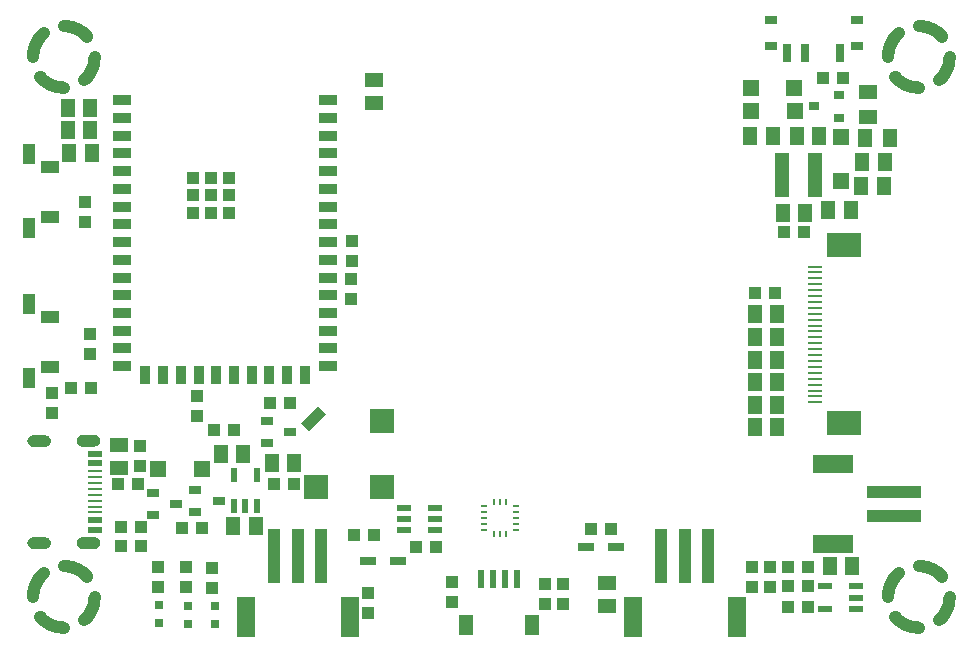
<source format=gbr>
G04 EAGLE Gerber RS-274X export*
G75*
%MOMM*%
%FSLAX34Y34*%
%LPD*%
%INSolderpaste Top*%
%IPPOS*%
%AMOC8*
5,1,8,0,0,1.08239X$1,22.5*%
G01*
%ADD10R,0.800000X0.800000*%
%ADD11R,1.500000X1.240000*%
%ADD12R,1.000000X1.075000*%
%ADD13R,1.000000X0.800000*%
%ADD14R,0.700000X1.500000*%
%ADD15R,1.200000X0.550000*%
%ADD16R,1.240000X1.500000*%
%ADD17R,1.075000X1.000000*%
%ADD18R,0.550000X1.200000*%
%ADD19R,4.600000X1.000000*%
%ADD20R,3.400000X1.600000*%
%ADD21R,1.400000X1.400000*%
%ADD22R,1.016000X0.635000*%
%ADD23R,1.150000X0.575000*%
%ADD24R,1.150000X0.275000*%
%ADD25R,1.500000X0.900000*%
%ADD26R,1.100000X1.100000*%
%ADD27R,0.900000X1.500000*%
%ADD28R,0.600000X1.550000*%
%ADD29R,1.200000X1.800000*%
%ADD30R,1.500000X1.100000*%
%ADD31R,1.000000X1.750000*%
%ADD32R,1.200000X3.700000*%
%ADD33R,1.200000X1.500000*%
%ADD34R,0.900000X0.800000*%
%ADD35R,1.500000X1.200000*%
%ADD36R,3.000000X2.000000*%
%ADD37R,1.250000X0.275000*%
%ADD38R,1.000000X4.600000*%
%ADD39R,1.600000X3.400000*%
%ADD40R,1.350000X0.800000*%
%ADD41C,1.000000*%
%ADD42R,0.500000X0.250000*%
%ADD43R,0.250000X0.500000*%
%ADD44R,2.000000X2.000000*%
%ADD45R,2.000000X1.000000*%

G36*
X64008Y165349D02*
X64008Y165349D01*
X64009Y165349D01*
X65082Y165470D01*
X65083Y165471D01*
X65084Y165470D01*
X66104Y165827D01*
X66104Y165828D01*
X66105Y165828D01*
X67020Y166403D01*
X67021Y166403D01*
X67785Y167168D01*
X68360Y168083D01*
X68360Y168084D01*
X68361Y168084D01*
X68718Y169104D01*
X68718Y169105D01*
X68717Y169105D01*
X68718Y169106D01*
X68718Y169110D01*
X68719Y169115D01*
X68720Y169120D01*
X68722Y169140D01*
X68722Y169144D01*
X68722Y169145D01*
X68723Y169149D01*
X68723Y169150D01*
X68723Y169154D01*
X68724Y169159D01*
X68725Y169164D01*
X68725Y169169D01*
X68726Y169174D01*
X68726Y169179D01*
X68728Y169199D01*
X68729Y169199D01*
X68729Y169204D01*
X68730Y169209D01*
X68730Y169214D01*
X68731Y169219D01*
X68731Y169224D01*
X68732Y169229D01*
X68732Y169234D01*
X68733Y169239D01*
X68735Y169259D01*
X68736Y169264D01*
X68736Y169269D01*
X68737Y169274D01*
X68737Y169279D01*
X68738Y169284D01*
X68739Y169289D01*
X68739Y169294D01*
X68742Y169318D01*
X68742Y169323D01*
X68743Y169323D01*
X68742Y169323D01*
X68743Y169328D01*
X68744Y169333D01*
X68744Y169338D01*
X68745Y169343D01*
X68745Y169348D01*
X68746Y169353D01*
X68749Y169378D01*
X68749Y169383D01*
X68750Y169388D01*
X68750Y169393D01*
X68751Y169398D01*
X68751Y169403D01*
X68752Y169408D01*
X68753Y169413D01*
X68755Y169433D01*
X68755Y169438D01*
X68756Y169443D01*
X68756Y169448D01*
X68757Y169448D01*
X68756Y169448D01*
X68757Y169453D01*
X68758Y169458D01*
X68758Y169462D01*
X68758Y169463D01*
X68759Y169467D01*
X68759Y169468D01*
X68759Y169472D01*
X68762Y169492D01*
X68762Y169497D01*
X68763Y169502D01*
X68763Y169507D01*
X68764Y169512D01*
X68764Y169517D01*
X68765Y169522D01*
X68765Y169527D01*
X68766Y169532D01*
X68768Y169552D01*
X68769Y169557D01*
X68769Y169562D01*
X68770Y169567D01*
X68770Y169572D01*
X68771Y169572D01*
X68770Y169572D01*
X68771Y169577D01*
X68772Y169582D01*
X68772Y169587D01*
X68773Y169592D01*
X68775Y169612D01*
X68776Y169617D01*
X68776Y169621D01*
X68776Y169622D01*
X68777Y169626D01*
X68777Y169627D01*
X68777Y169631D01*
X68778Y169636D01*
X68778Y169641D01*
X68779Y169646D01*
X68782Y169671D01*
X68782Y169676D01*
X68783Y169681D01*
X68783Y169686D01*
X68784Y169691D01*
X68784Y169696D01*
X68785Y169696D01*
X68784Y169696D01*
X68785Y169701D01*
X68786Y169706D01*
X68788Y169731D01*
X68789Y169736D01*
X68790Y169741D01*
X68790Y169746D01*
X68791Y169751D01*
X68791Y169756D01*
X68792Y169761D01*
X68792Y169766D01*
X68795Y169785D01*
X68795Y169786D01*
X68795Y169790D01*
X68796Y169795D01*
X68796Y169800D01*
X68797Y169805D01*
X68797Y169810D01*
X68798Y169815D01*
X68798Y169820D01*
X68799Y169820D01*
X68798Y169820D01*
X68799Y169825D01*
X68801Y169845D01*
X68802Y169850D01*
X68802Y169855D01*
X68803Y169860D01*
X68804Y169865D01*
X68804Y169870D01*
X68805Y169875D01*
X68805Y169880D01*
X68806Y169885D01*
X68808Y169905D01*
X68809Y169910D01*
X68809Y169915D01*
X68810Y169920D01*
X68810Y169925D01*
X68811Y169930D01*
X68811Y169935D01*
X68812Y169939D01*
X68812Y169940D01*
X68812Y169944D01*
X68813Y169944D01*
X68812Y169945D01*
X68815Y169964D01*
X68815Y169969D01*
X68816Y169974D01*
X68816Y169979D01*
X68817Y169984D01*
X68818Y169989D01*
X68818Y169994D01*
X68819Y169999D01*
X68821Y170024D01*
X68822Y170029D01*
X68823Y170034D01*
X68823Y170039D01*
X68824Y170044D01*
X68824Y170049D01*
X68825Y170054D01*
X68825Y170059D01*
X68828Y170084D01*
X68829Y170089D01*
X68829Y170094D01*
X68830Y170098D01*
X68830Y170099D01*
X68830Y170103D01*
X68830Y170104D01*
X68831Y170108D01*
X68832Y170113D01*
X68832Y170118D01*
X68834Y170138D01*
X68835Y170143D01*
X68835Y170148D01*
X68836Y170153D01*
X68837Y170158D01*
X68837Y170163D01*
X68838Y170168D01*
X68838Y170173D01*
X68839Y170178D01*
X68839Y170179D01*
X68839Y170180D01*
X68839Y170181D01*
X68712Y171311D01*
X68711Y171311D01*
X68711Y171312D01*
X68336Y172386D01*
X68335Y172386D01*
X68335Y172387D01*
X67730Y173350D01*
X67729Y173350D01*
X67729Y173351D01*
X66925Y174155D01*
X66924Y174155D01*
X66924Y174156D01*
X65961Y174761D01*
X65960Y174761D01*
X65960Y174762D01*
X64886Y175137D01*
X64885Y175137D01*
X64885Y175138D01*
X63755Y175265D01*
X63754Y175265D01*
X54102Y175265D01*
X54101Y175265D01*
X53852Y175237D01*
X53808Y175232D01*
X53764Y175227D01*
X53720Y175222D01*
X53191Y175162D01*
X53147Y175157D01*
X53103Y175152D01*
X53102Y175152D01*
X53058Y175147D01*
X52971Y175138D01*
X52971Y175137D01*
X52970Y175137D01*
X51896Y174762D01*
X51896Y174761D01*
X51895Y174761D01*
X50932Y174156D01*
X50932Y174155D01*
X50931Y174155D01*
X50127Y173351D01*
X50127Y173350D01*
X50126Y173350D01*
X49521Y172387D01*
X49521Y172386D01*
X49520Y172386D01*
X49145Y171312D01*
X49145Y171311D01*
X49144Y171311D01*
X49142Y171292D01*
X49142Y171287D01*
X49141Y171282D01*
X49141Y171277D01*
X49140Y171272D01*
X49140Y171267D01*
X49139Y171262D01*
X49138Y171258D01*
X49138Y171257D01*
X49138Y171253D01*
X49138Y171252D01*
X49136Y171233D01*
X49135Y171228D01*
X49135Y171223D01*
X49134Y171223D01*
X49135Y171223D01*
X49134Y171218D01*
X49133Y171213D01*
X49133Y171208D01*
X49132Y171203D01*
X49132Y171198D01*
X49131Y171193D01*
X49129Y171173D01*
X49128Y171168D01*
X49128Y171163D01*
X49127Y171158D01*
X49127Y171153D01*
X49126Y171148D01*
X49126Y171143D01*
X49125Y171138D01*
X49124Y171133D01*
X49122Y171113D01*
X49122Y171108D01*
X49121Y171103D01*
X49121Y171099D01*
X49120Y171098D01*
X49121Y171098D01*
X49120Y171094D01*
X49120Y171093D01*
X49119Y171089D01*
X49119Y171084D01*
X49118Y171079D01*
X49118Y171074D01*
X49115Y171054D01*
X49115Y171049D01*
X49114Y171044D01*
X49114Y171039D01*
X49113Y171034D01*
X49113Y171029D01*
X49112Y171024D01*
X49112Y171019D01*
X49111Y171014D01*
X49109Y170994D01*
X49108Y170989D01*
X49108Y170984D01*
X49107Y170979D01*
X49107Y170974D01*
X49106Y170974D01*
X49107Y170974D01*
X49106Y170969D01*
X49105Y170964D01*
X49105Y170959D01*
X49104Y170954D01*
X49102Y170935D01*
X49102Y170934D01*
X49101Y170930D01*
X49101Y170925D01*
X49100Y170920D01*
X49100Y170915D01*
X49099Y170910D01*
X49099Y170905D01*
X49098Y170900D01*
X49098Y170895D01*
X49095Y170875D01*
X49095Y170870D01*
X49094Y170865D01*
X49094Y170860D01*
X49093Y170855D01*
X49093Y170850D01*
X49092Y170850D01*
X49093Y170850D01*
X49092Y170845D01*
X49091Y170840D01*
X49091Y170835D01*
X49089Y170815D01*
X49088Y170810D01*
X49087Y170805D01*
X49087Y170800D01*
X49086Y170795D01*
X49086Y170790D01*
X49085Y170785D01*
X49085Y170781D01*
X49085Y170780D01*
X49084Y170776D01*
X49084Y170775D01*
X49082Y170756D01*
X49081Y170751D01*
X49081Y170746D01*
X49080Y170741D01*
X49080Y170736D01*
X49079Y170731D01*
X49079Y170726D01*
X49078Y170726D01*
X49079Y170726D01*
X49078Y170721D01*
X49077Y170716D01*
X49075Y170696D01*
X49075Y170691D01*
X49074Y170686D01*
X49073Y170681D01*
X49073Y170676D01*
X49072Y170671D01*
X49072Y170666D01*
X49071Y170661D01*
X49068Y170636D01*
X49068Y170631D01*
X49067Y170626D01*
X49067Y170622D01*
X49067Y170621D01*
X49066Y170617D01*
X49066Y170616D01*
X49066Y170612D01*
X49065Y170607D01*
X49065Y170602D01*
X49064Y170602D01*
X49065Y170602D01*
X49062Y170577D01*
X49061Y170572D01*
X49061Y170567D01*
X49060Y170562D01*
X49059Y170557D01*
X49059Y170552D01*
X49058Y170547D01*
X49058Y170542D01*
X49055Y170517D01*
X49054Y170512D01*
X49054Y170507D01*
X49053Y170502D01*
X49053Y170497D01*
X49052Y170492D01*
X49052Y170487D01*
X49051Y170482D01*
X49048Y170458D01*
X49048Y170457D01*
X49048Y170453D01*
X49047Y170448D01*
X49047Y170443D01*
X49046Y170438D01*
X49045Y170433D01*
X49045Y170428D01*
X49044Y170423D01*
X49042Y170398D01*
X49041Y170393D01*
X49040Y170388D01*
X49040Y170383D01*
X49039Y170378D01*
X49039Y170373D01*
X49038Y170368D01*
X49038Y170363D01*
X49035Y170343D01*
X49035Y170338D01*
X49034Y170333D01*
X49034Y170328D01*
X49033Y170323D01*
X49033Y170318D01*
X49032Y170313D01*
X49031Y170308D01*
X49031Y170304D01*
X49031Y170303D01*
X49029Y170284D01*
X49028Y170279D01*
X49028Y170274D01*
X49027Y170269D01*
X49026Y170264D01*
X49026Y170259D01*
X49025Y170254D01*
X49025Y170249D01*
X49024Y170244D01*
X49022Y170224D01*
X49021Y170219D01*
X49021Y170214D01*
X49020Y170209D01*
X49020Y170204D01*
X49019Y170199D01*
X49019Y170194D01*
X49018Y170189D01*
X49017Y170184D01*
X49017Y170181D01*
X49018Y170180D01*
X49017Y170179D01*
X49138Y169106D01*
X49139Y169105D01*
X49138Y169104D01*
X49495Y168084D01*
X49496Y168084D01*
X49496Y168083D01*
X50071Y167168D01*
X50836Y166403D01*
X51751Y165828D01*
X51752Y165828D01*
X51752Y165827D01*
X52772Y165470D01*
X52773Y165471D01*
X52774Y165470D01*
X53847Y165349D01*
X53848Y165349D01*
X64008Y165349D01*
X64008Y165349D01*
G37*
G36*
X22225Y165222D02*
X22225Y165222D01*
X22226Y165222D01*
X23299Y165343D01*
X23300Y165344D01*
X23301Y165343D01*
X24321Y165700D01*
X24321Y165701D01*
X24322Y165701D01*
X25237Y166276D01*
X25238Y166276D01*
X26002Y167041D01*
X26577Y167956D01*
X26577Y167957D01*
X26578Y167957D01*
X26935Y168977D01*
X26935Y168978D01*
X26934Y168978D01*
X26935Y168979D01*
X26935Y168983D01*
X26936Y168988D01*
X26937Y168993D01*
X26939Y169013D01*
X26939Y169017D01*
X26939Y169018D01*
X26940Y169022D01*
X26940Y169023D01*
X26940Y169027D01*
X26941Y169032D01*
X26942Y169037D01*
X26942Y169042D01*
X26943Y169047D01*
X26943Y169052D01*
X26945Y169072D01*
X26946Y169072D01*
X26946Y169077D01*
X26947Y169082D01*
X26947Y169087D01*
X26948Y169092D01*
X26948Y169097D01*
X26949Y169102D01*
X26949Y169107D01*
X26950Y169112D01*
X26952Y169132D01*
X26953Y169137D01*
X26953Y169142D01*
X26954Y169147D01*
X26954Y169152D01*
X26955Y169157D01*
X26956Y169162D01*
X26956Y169167D01*
X26959Y169191D01*
X26959Y169196D01*
X26960Y169196D01*
X26959Y169196D01*
X26960Y169201D01*
X26961Y169206D01*
X26961Y169211D01*
X26962Y169216D01*
X26962Y169221D01*
X26963Y169226D01*
X26966Y169251D01*
X26966Y169256D01*
X26967Y169261D01*
X26967Y169266D01*
X26968Y169271D01*
X26968Y169276D01*
X26969Y169281D01*
X26970Y169286D01*
X26972Y169306D01*
X26972Y169311D01*
X26973Y169316D01*
X26973Y169321D01*
X26974Y169321D01*
X26973Y169321D01*
X26974Y169326D01*
X26975Y169331D01*
X26975Y169335D01*
X26975Y169336D01*
X26976Y169340D01*
X26976Y169341D01*
X26976Y169345D01*
X26979Y169365D01*
X26979Y169370D01*
X26980Y169375D01*
X26980Y169380D01*
X26981Y169385D01*
X26981Y169390D01*
X26982Y169395D01*
X26982Y169400D01*
X26983Y169405D01*
X26985Y169425D01*
X26986Y169430D01*
X26986Y169435D01*
X26987Y169440D01*
X26987Y169445D01*
X26988Y169445D01*
X26987Y169445D01*
X26988Y169450D01*
X26989Y169455D01*
X26989Y169460D01*
X26990Y169465D01*
X26992Y169485D01*
X26993Y169490D01*
X26993Y169494D01*
X26993Y169495D01*
X26994Y169499D01*
X26994Y169500D01*
X26994Y169504D01*
X26995Y169509D01*
X26995Y169514D01*
X26996Y169519D01*
X26999Y169544D01*
X26999Y169549D01*
X27000Y169554D01*
X27000Y169559D01*
X27001Y169564D01*
X27001Y169569D01*
X27002Y169569D01*
X27001Y169569D01*
X27002Y169574D01*
X27003Y169579D01*
X27005Y169604D01*
X27006Y169609D01*
X27007Y169614D01*
X27007Y169619D01*
X27008Y169624D01*
X27008Y169629D01*
X27009Y169634D01*
X27009Y169639D01*
X27012Y169658D01*
X27012Y169659D01*
X27012Y169663D01*
X27013Y169668D01*
X27013Y169673D01*
X27014Y169678D01*
X27014Y169683D01*
X27015Y169688D01*
X27015Y169693D01*
X27016Y169693D01*
X27015Y169693D01*
X27016Y169698D01*
X27018Y169718D01*
X27019Y169723D01*
X27019Y169728D01*
X27020Y169733D01*
X27021Y169738D01*
X27021Y169743D01*
X27022Y169748D01*
X27022Y169753D01*
X27023Y169758D01*
X27025Y169778D01*
X27026Y169783D01*
X27026Y169788D01*
X27027Y169793D01*
X27027Y169798D01*
X27028Y169803D01*
X27028Y169808D01*
X27029Y169812D01*
X27029Y169813D01*
X27029Y169817D01*
X27030Y169817D01*
X27029Y169818D01*
X27032Y169837D01*
X27032Y169842D01*
X27033Y169847D01*
X27033Y169852D01*
X27034Y169857D01*
X27035Y169862D01*
X27035Y169867D01*
X27036Y169872D01*
X27038Y169897D01*
X27039Y169902D01*
X27040Y169907D01*
X27040Y169912D01*
X27041Y169917D01*
X27041Y169922D01*
X27042Y169927D01*
X27042Y169932D01*
X27045Y169957D01*
X27046Y169962D01*
X27046Y169967D01*
X27047Y169971D01*
X27047Y169972D01*
X27047Y169976D01*
X27047Y169977D01*
X27048Y169981D01*
X27049Y169986D01*
X27049Y169991D01*
X27051Y170011D01*
X27052Y170016D01*
X27052Y170021D01*
X27053Y170026D01*
X27054Y170031D01*
X27054Y170036D01*
X27055Y170041D01*
X27055Y170046D01*
X27056Y170051D01*
X27056Y170052D01*
X27056Y170053D01*
X27056Y170054D01*
X26929Y171184D01*
X26928Y171184D01*
X26928Y171185D01*
X26553Y172259D01*
X26552Y172259D01*
X26552Y172260D01*
X25947Y173223D01*
X25946Y173223D01*
X25946Y173224D01*
X25142Y174028D01*
X25141Y174028D01*
X25141Y174029D01*
X24178Y174634D01*
X24177Y174634D01*
X24177Y174635D01*
X23103Y175010D01*
X23102Y175010D01*
X23102Y175011D01*
X21972Y175138D01*
X21971Y175138D01*
X12319Y175138D01*
X12318Y175138D01*
X12069Y175110D01*
X12025Y175105D01*
X11981Y175100D01*
X11937Y175095D01*
X11408Y175035D01*
X11364Y175030D01*
X11320Y175025D01*
X11319Y175025D01*
X11275Y175020D01*
X11188Y175011D01*
X11188Y175010D01*
X11187Y175010D01*
X10113Y174635D01*
X10113Y174634D01*
X10112Y174634D01*
X9149Y174029D01*
X9149Y174028D01*
X9148Y174028D01*
X8344Y173224D01*
X8344Y173223D01*
X8343Y173223D01*
X7738Y172260D01*
X7738Y172259D01*
X7737Y172259D01*
X7362Y171185D01*
X7362Y171184D01*
X7361Y171184D01*
X7359Y171165D01*
X7359Y171160D01*
X7358Y171155D01*
X7358Y171150D01*
X7357Y171145D01*
X7357Y171140D01*
X7356Y171135D01*
X7355Y171131D01*
X7355Y171130D01*
X7355Y171126D01*
X7355Y171125D01*
X7353Y171106D01*
X7352Y171101D01*
X7352Y171096D01*
X7351Y171096D01*
X7352Y171096D01*
X7351Y171091D01*
X7350Y171086D01*
X7350Y171081D01*
X7349Y171076D01*
X7349Y171071D01*
X7348Y171066D01*
X7346Y171046D01*
X7345Y171041D01*
X7345Y171036D01*
X7344Y171031D01*
X7344Y171026D01*
X7343Y171021D01*
X7343Y171016D01*
X7342Y171011D01*
X7341Y171006D01*
X7339Y170986D01*
X7339Y170981D01*
X7338Y170976D01*
X7338Y170972D01*
X7337Y170971D01*
X7338Y170971D01*
X7337Y170967D01*
X7337Y170966D01*
X7336Y170962D01*
X7336Y170957D01*
X7335Y170952D01*
X7335Y170947D01*
X7332Y170927D01*
X7332Y170922D01*
X7331Y170917D01*
X7331Y170912D01*
X7330Y170907D01*
X7330Y170902D01*
X7329Y170897D01*
X7329Y170892D01*
X7328Y170887D01*
X7326Y170867D01*
X7325Y170862D01*
X7325Y170857D01*
X7324Y170852D01*
X7324Y170847D01*
X7323Y170847D01*
X7324Y170847D01*
X7323Y170842D01*
X7322Y170837D01*
X7322Y170832D01*
X7321Y170827D01*
X7319Y170808D01*
X7319Y170807D01*
X7318Y170803D01*
X7318Y170798D01*
X7317Y170793D01*
X7317Y170788D01*
X7316Y170783D01*
X7316Y170778D01*
X7315Y170773D01*
X7315Y170768D01*
X7312Y170748D01*
X7312Y170743D01*
X7311Y170738D01*
X7311Y170733D01*
X7310Y170728D01*
X7310Y170723D01*
X7309Y170723D01*
X7310Y170723D01*
X7309Y170718D01*
X7308Y170713D01*
X7308Y170708D01*
X7306Y170688D01*
X7305Y170683D01*
X7304Y170678D01*
X7304Y170673D01*
X7303Y170668D01*
X7303Y170663D01*
X7302Y170658D01*
X7302Y170654D01*
X7302Y170653D01*
X7301Y170649D01*
X7301Y170648D01*
X7299Y170629D01*
X7298Y170624D01*
X7298Y170619D01*
X7297Y170614D01*
X7297Y170609D01*
X7296Y170604D01*
X7296Y170599D01*
X7295Y170599D01*
X7296Y170599D01*
X7295Y170594D01*
X7294Y170589D01*
X7292Y170569D01*
X7292Y170564D01*
X7291Y170559D01*
X7290Y170554D01*
X7290Y170549D01*
X7289Y170544D01*
X7289Y170539D01*
X7288Y170534D01*
X7285Y170509D01*
X7285Y170504D01*
X7284Y170499D01*
X7284Y170495D01*
X7284Y170494D01*
X7283Y170490D01*
X7283Y170489D01*
X7283Y170485D01*
X7282Y170480D01*
X7282Y170475D01*
X7281Y170475D01*
X7282Y170475D01*
X7279Y170450D01*
X7278Y170445D01*
X7278Y170440D01*
X7277Y170435D01*
X7276Y170430D01*
X7276Y170425D01*
X7275Y170420D01*
X7275Y170415D01*
X7272Y170390D01*
X7271Y170385D01*
X7271Y170380D01*
X7270Y170375D01*
X7270Y170370D01*
X7269Y170365D01*
X7269Y170360D01*
X7268Y170355D01*
X7265Y170331D01*
X7265Y170330D01*
X7265Y170326D01*
X7264Y170321D01*
X7264Y170316D01*
X7263Y170311D01*
X7262Y170306D01*
X7262Y170301D01*
X7261Y170296D01*
X7259Y170271D01*
X7258Y170266D01*
X7257Y170261D01*
X7257Y170256D01*
X7256Y170251D01*
X7256Y170246D01*
X7255Y170241D01*
X7255Y170236D01*
X7252Y170216D01*
X7252Y170211D01*
X7251Y170206D01*
X7251Y170201D01*
X7250Y170196D01*
X7250Y170191D01*
X7249Y170186D01*
X7248Y170181D01*
X7248Y170177D01*
X7248Y170176D01*
X7246Y170157D01*
X7245Y170152D01*
X7245Y170147D01*
X7244Y170142D01*
X7243Y170137D01*
X7243Y170132D01*
X7242Y170127D01*
X7242Y170122D01*
X7241Y170117D01*
X7239Y170097D01*
X7238Y170092D01*
X7238Y170087D01*
X7237Y170082D01*
X7237Y170077D01*
X7236Y170072D01*
X7236Y170067D01*
X7235Y170062D01*
X7234Y170057D01*
X7234Y170054D01*
X7235Y170053D01*
X7234Y170052D01*
X7355Y168979D01*
X7356Y168978D01*
X7355Y168977D01*
X7712Y167957D01*
X7713Y167957D01*
X7713Y167956D01*
X8288Y167041D01*
X9053Y166276D01*
X9968Y165701D01*
X9969Y165701D01*
X9969Y165700D01*
X10989Y165343D01*
X10990Y165344D01*
X10991Y165343D01*
X12064Y165222D01*
X12065Y165222D01*
X22225Y165222D01*
X22225Y165222D01*
G37*
G36*
X64135Y78862D02*
X64135Y78862D01*
X64136Y78862D01*
X65209Y78983D01*
X65210Y78984D01*
X65211Y78983D01*
X66231Y79340D01*
X66231Y79341D01*
X66232Y79341D01*
X67147Y79916D01*
X67148Y79916D01*
X67912Y80681D01*
X68487Y81596D01*
X68487Y81597D01*
X68488Y81597D01*
X68845Y82617D01*
X68845Y82618D01*
X68844Y82618D01*
X68845Y82619D01*
X68845Y82623D01*
X68846Y82628D01*
X68847Y82633D01*
X68849Y82653D01*
X68849Y82657D01*
X68849Y82658D01*
X68850Y82662D01*
X68850Y82663D01*
X68850Y82667D01*
X68851Y82672D01*
X68852Y82677D01*
X68852Y82682D01*
X68853Y82687D01*
X68853Y82692D01*
X68855Y82712D01*
X68856Y82712D01*
X68856Y82717D01*
X68857Y82722D01*
X68857Y82727D01*
X68858Y82732D01*
X68858Y82737D01*
X68859Y82742D01*
X68859Y82747D01*
X68860Y82752D01*
X68862Y82772D01*
X68863Y82777D01*
X68863Y82782D01*
X68864Y82787D01*
X68864Y82792D01*
X68865Y82797D01*
X68866Y82802D01*
X68866Y82807D01*
X68869Y82831D01*
X68869Y82836D01*
X68870Y82836D01*
X68869Y82836D01*
X68870Y82841D01*
X68871Y82846D01*
X68871Y82851D01*
X68872Y82856D01*
X68872Y82861D01*
X68873Y82866D01*
X68876Y82891D01*
X68876Y82896D01*
X68877Y82901D01*
X68877Y82906D01*
X68878Y82911D01*
X68878Y82916D01*
X68879Y82921D01*
X68880Y82926D01*
X68882Y82946D01*
X68882Y82951D01*
X68883Y82956D01*
X68883Y82961D01*
X68884Y82961D01*
X68883Y82961D01*
X68884Y82966D01*
X68885Y82971D01*
X68885Y82975D01*
X68885Y82976D01*
X68886Y82980D01*
X68886Y82981D01*
X68886Y82985D01*
X68889Y83005D01*
X68889Y83010D01*
X68890Y83015D01*
X68890Y83020D01*
X68891Y83025D01*
X68891Y83030D01*
X68892Y83035D01*
X68892Y83040D01*
X68893Y83045D01*
X68895Y83065D01*
X68896Y83070D01*
X68896Y83075D01*
X68897Y83080D01*
X68897Y83085D01*
X68898Y83085D01*
X68897Y83085D01*
X68898Y83090D01*
X68899Y83095D01*
X68899Y83100D01*
X68900Y83105D01*
X68902Y83125D01*
X68903Y83130D01*
X68903Y83134D01*
X68903Y83135D01*
X68904Y83139D01*
X68904Y83140D01*
X68904Y83144D01*
X68905Y83149D01*
X68905Y83154D01*
X68906Y83159D01*
X68909Y83184D01*
X68909Y83189D01*
X68910Y83194D01*
X68910Y83199D01*
X68911Y83204D01*
X68911Y83209D01*
X68912Y83209D01*
X68911Y83209D01*
X68912Y83214D01*
X68913Y83219D01*
X68915Y83244D01*
X68916Y83249D01*
X68917Y83254D01*
X68917Y83259D01*
X68918Y83264D01*
X68918Y83269D01*
X68919Y83274D01*
X68919Y83279D01*
X68922Y83298D01*
X68922Y83299D01*
X68922Y83303D01*
X68923Y83308D01*
X68923Y83313D01*
X68924Y83318D01*
X68924Y83323D01*
X68925Y83328D01*
X68925Y83333D01*
X68926Y83333D01*
X68925Y83333D01*
X68926Y83338D01*
X68928Y83358D01*
X68929Y83363D01*
X68929Y83368D01*
X68930Y83373D01*
X68931Y83378D01*
X68931Y83383D01*
X68932Y83388D01*
X68932Y83393D01*
X68933Y83398D01*
X68935Y83418D01*
X68936Y83423D01*
X68936Y83428D01*
X68937Y83433D01*
X68937Y83438D01*
X68938Y83443D01*
X68938Y83448D01*
X68939Y83452D01*
X68939Y83453D01*
X68939Y83457D01*
X68940Y83457D01*
X68939Y83458D01*
X68942Y83477D01*
X68942Y83482D01*
X68943Y83487D01*
X68943Y83492D01*
X68944Y83497D01*
X68945Y83502D01*
X68945Y83507D01*
X68946Y83512D01*
X68948Y83537D01*
X68949Y83542D01*
X68950Y83547D01*
X68950Y83552D01*
X68951Y83557D01*
X68951Y83562D01*
X68952Y83567D01*
X68952Y83572D01*
X68955Y83597D01*
X68956Y83602D01*
X68956Y83607D01*
X68957Y83611D01*
X68957Y83612D01*
X68957Y83616D01*
X68957Y83617D01*
X68958Y83621D01*
X68959Y83626D01*
X68959Y83631D01*
X68961Y83651D01*
X68962Y83656D01*
X68962Y83661D01*
X68963Y83666D01*
X68964Y83671D01*
X68964Y83676D01*
X68965Y83681D01*
X68965Y83686D01*
X68966Y83691D01*
X68966Y83692D01*
X68966Y83693D01*
X68966Y83694D01*
X68839Y84824D01*
X68838Y84824D01*
X68838Y84825D01*
X68463Y85899D01*
X68462Y85899D01*
X68462Y85900D01*
X67857Y86863D01*
X67856Y86863D01*
X67856Y86864D01*
X67052Y87668D01*
X67051Y87668D01*
X67051Y87669D01*
X66088Y88274D01*
X66087Y88274D01*
X66087Y88275D01*
X65013Y88650D01*
X65012Y88650D01*
X65012Y88651D01*
X63882Y88778D01*
X63881Y88778D01*
X54229Y88778D01*
X54228Y88778D01*
X53979Y88750D01*
X53935Y88745D01*
X53891Y88740D01*
X53847Y88735D01*
X53318Y88675D01*
X53274Y88670D01*
X53230Y88665D01*
X53229Y88665D01*
X53185Y88660D01*
X53098Y88651D01*
X53098Y88650D01*
X53097Y88650D01*
X52023Y88275D01*
X52023Y88274D01*
X52022Y88274D01*
X51059Y87669D01*
X51059Y87668D01*
X51058Y87668D01*
X50254Y86864D01*
X50254Y86863D01*
X50253Y86863D01*
X49648Y85900D01*
X49648Y85899D01*
X49647Y85899D01*
X49272Y84825D01*
X49272Y84824D01*
X49271Y84824D01*
X49269Y84805D01*
X49269Y84800D01*
X49268Y84795D01*
X49268Y84790D01*
X49267Y84785D01*
X49267Y84780D01*
X49266Y84775D01*
X49265Y84771D01*
X49265Y84770D01*
X49265Y84766D01*
X49265Y84765D01*
X49263Y84746D01*
X49262Y84741D01*
X49262Y84736D01*
X49261Y84736D01*
X49262Y84736D01*
X49261Y84731D01*
X49260Y84726D01*
X49260Y84721D01*
X49259Y84716D01*
X49259Y84711D01*
X49258Y84706D01*
X49256Y84686D01*
X49255Y84681D01*
X49255Y84676D01*
X49254Y84671D01*
X49254Y84666D01*
X49253Y84661D01*
X49253Y84656D01*
X49252Y84651D01*
X49251Y84646D01*
X49249Y84626D01*
X49249Y84621D01*
X49248Y84616D01*
X49248Y84612D01*
X49247Y84611D01*
X49248Y84611D01*
X49247Y84607D01*
X49247Y84606D01*
X49246Y84602D01*
X49246Y84597D01*
X49245Y84592D01*
X49245Y84587D01*
X49242Y84567D01*
X49242Y84562D01*
X49241Y84557D01*
X49241Y84552D01*
X49240Y84547D01*
X49240Y84542D01*
X49239Y84537D01*
X49239Y84532D01*
X49238Y84527D01*
X49236Y84507D01*
X49235Y84502D01*
X49235Y84497D01*
X49234Y84492D01*
X49234Y84487D01*
X49233Y84487D01*
X49234Y84487D01*
X49233Y84482D01*
X49232Y84477D01*
X49232Y84472D01*
X49231Y84467D01*
X49229Y84448D01*
X49229Y84447D01*
X49228Y84443D01*
X49228Y84438D01*
X49227Y84433D01*
X49227Y84428D01*
X49226Y84423D01*
X49226Y84418D01*
X49225Y84413D01*
X49225Y84408D01*
X49222Y84388D01*
X49222Y84383D01*
X49221Y84378D01*
X49221Y84373D01*
X49220Y84368D01*
X49220Y84363D01*
X49219Y84363D01*
X49220Y84363D01*
X49219Y84358D01*
X49218Y84353D01*
X49218Y84348D01*
X49216Y84328D01*
X49215Y84323D01*
X49214Y84318D01*
X49214Y84313D01*
X49213Y84308D01*
X49213Y84303D01*
X49212Y84298D01*
X49212Y84294D01*
X49212Y84293D01*
X49211Y84289D01*
X49211Y84288D01*
X49209Y84269D01*
X49208Y84264D01*
X49208Y84259D01*
X49207Y84254D01*
X49207Y84249D01*
X49206Y84244D01*
X49206Y84239D01*
X49205Y84239D01*
X49206Y84239D01*
X49205Y84234D01*
X49204Y84229D01*
X49202Y84209D01*
X49202Y84204D01*
X49201Y84199D01*
X49200Y84194D01*
X49200Y84189D01*
X49199Y84184D01*
X49199Y84179D01*
X49198Y84174D01*
X49195Y84149D01*
X49195Y84144D01*
X49194Y84139D01*
X49194Y84135D01*
X49194Y84134D01*
X49193Y84130D01*
X49193Y84129D01*
X49193Y84125D01*
X49192Y84120D01*
X49192Y84115D01*
X49191Y84115D01*
X49192Y84115D01*
X49189Y84090D01*
X49188Y84085D01*
X49188Y84080D01*
X49187Y84075D01*
X49186Y84070D01*
X49186Y84065D01*
X49185Y84060D01*
X49185Y84055D01*
X49182Y84030D01*
X49181Y84025D01*
X49181Y84020D01*
X49180Y84015D01*
X49180Y84010D01*
X49179Y84005D01*
X49179Y84000D01*
X49178Y83995D01*
X49175Y83971D01*
X49175Y83970D01*
X49175Y83966D01*
X49174Y83961D01*
X49174Y83956D01*
X49173Y83951D01*
X49172Y83946D01*
X49172Y83941D01*
X49171Y83936D01*
X49169Y83911D01*
X49168Y83906D01*
X49167Y83901D01*
X49167Y83896D01*
X49166Y83891D01*
X49166Y83886D01*
X49165Y83881D01*
X49165Y83876D01*
X49162Y83856D01*
X49162Y83851D01*
X49161Y83846D01*
X49161Y83841D01*
X49160Y83836D01*
X49160Y83831D01*
X49159Y83826D01*
X49158Y83821D01*
X49158Y83817D01*
X49158Y83816D01*
X49156Y83797D01*
X49155Y83792D01*
X49155Y83787D01*
X49154Y83782D01*
X49153Y83777D01*
X49153Y83772D01*
X49152Y83767D01*
X49152Y83762D01*
X49151Y83757D01*
X49149Y83737D01*
X49148Y83732D01*
X49148Y83727D01*
X49147Y83722D01*
X49147Y83717D01*
X49146Y83712D01*
X49146Y83707D01*
X49145Y83702D01*
X49144Y83697D01*
X49144Y83694D01*
X49145Y83693D01*
X49144Y83692D01*
X49265Y82619D01*
X49266Y82618D01*
X49265Y82617D01*
X49622Y81597D01*
X49623Y81597D01*
X49623Y81596D01*
X50198Y80681D01*
X50963Y79916D01*
X51878Y79341D01*
X51879Y79341D01*
X51879Y79340D01*
X52899Y78983D01*
X52900Y78984D01*
X52901Y78983D01*
X53974Y78862D01*
X53975Y78862D01*
X64135Y78862D01*
X64135Y78862D01*
G37*
G36*
X22225Y78862D02*
X22225Y78862D01*
X22226Y78862D01*
X23299Y78983D01*
X23300Y78984D01*
X23301Y78983D01*
X24321Y79340D01*
X24321Y79341D01*
X24322Y79341D01*
X25237Y79916D01*
X25238Y79916D01*
X26002Y80681D01*
X26577Y81596D01*
X26577Y81597D01*
X26578Y81597D01*
X26935Y82617D01*
X26935Y82618D01*
X26934Y82618D01*
X26935Y82619D01*
X26935Y82623D01*
X26936Y82628D01*
X26937Y82633D01*
X26939Y82653D01*
X26939Y82657D01*
X26939Y82658D01*
X26940Y82662D01*
X26940Y82663D01*
X26940Y82667D01*
X26941Y82672D01*
X26942Y82677D01*
X26942Y82682D01*
X26943Y82687D01*
X26943Y82692D01*
X26945Y82712D01*
X26946Y82712D01*
X26946Y82717D01*
X26947Y82722D01*
X26947Y82727D01*
X26948Y82732D01*
X26948Y82737D01*
X26949Y82742D01*
X26949Y82747D01*
X26950Y82752D01*
X26952Y82772D01*
X26953Y82777D01*
X26953Y82782D01*
X26954Y82787D01*
X26954Y82792D01*
X26955Y82797D01*
X26956Y82802D01*
X26956Y82807D01*
X26959Y82831D01*
X26959Y82836D01*
X26960Y82836D01*
X26959Y82836D01*
X26960Y82841D01*
X26961Y82846D01*
X26961Y82851D01*
X26962Y82856D01*
X26962Y82861D01*
X26963Y82866D01*
X26966Y82891D01*
X26966Y82896D01*
X26967Y82901D01*
X26967Y82906D01*
X26968Y82911D01*
X26968Y82916D01*
X26969Y82921D01*
X26970Y82926D01*
X26972Y82946D01*
X26972Y82951D01*
X26973Y82956D01*
X26973Y82961D01*
X26974Y82961D01*
X26973Y82961D01*
X26974Y82966D01*
X26975Y82971D01*
X26975Y82975D01*
X26975Y82976D01*
X26976Y82980D01*
X26976Y82981D01*
X26976Y82985D01*
X26979Y83005D01*
X26979Y83010D01*
X26980Y83015D01*
X26980Y83020D01*
X26981Y83025D01*
X26981Y83030D01*
X26982Y83035D01*
X26982Y83040D01*
X26983Y83045D01*
X26985Y83065D01*
X26986Y83070D01*
X26986Y83075D01*
X26987Y83080D01*
X26987Y83085D01*
X26988Y83085D01*
X26987Y83085D01*
X26988Y83090D01*
X26989Y83095D01*
X26989Y83100D01*
X26990Y83105D01*
X26992Y83125D01*
X26993Y83130D01*
X26993Y83134D01*
X26993Y83135D01*
X26994Y83139D01*
X26994Y83140D01*
X26994Y83144D01*
X26995Y83149D01*
X26995Y83154D01*
X26996Y83159D01*
X26999Y83184D01*
X26999Y83189D01*
X27000Y83194D01*
X27000Y83199D01*
X27001Y83204D01*
X27001Y83209D01*
X27002Y83209D01*
X27001Y83209D01*
X27002Y83214D01*
X27003Y83219D01*
X27005Y83244D01*
X27006Y83249D01*
X27007Y83254D01*
X27007Y83259D01*
X27008Y83264D01*
X27008Y83269D01*
X27009Y83274D01*
X27009Y83279D01*
X27012Y83298D01*
X27012Y83299D01*
X27012Y83303D01*
X27013Y83308D01*
X27013Y83313D01*
X27014Y83318D01*
X27014Y83323D01*
X27015Y83328D01*
X27015Y83333D01*
X27016Y83333D01*
X27015Y83333D01*
X27016Y83338D01*
X27018Y83358D01*
X27019Y83363D01*
X27019Y83368D01*
X27020Y83373D01*
X27021Y83378D01*
X27021Y83383D01*
X27022Y83388D01*
X27022Y83393D01*
X27023Y83398D01*
X27025Y83418D01*
X27026Y83423D01*
X27026Y83428D01*
X27027Y83433D01*
X27027Y83438D01*
X27028Y83443D01*
X27028Y83448D01*
X27029Y83452D01*
X27029Y83453D01*
X27029Y83457D01*
X27030Y83457D01*
X27029Y83458D01*
X27032Y83477D01*
X27032Y83482D01*
X27033Y83487D01*
X27033Y83492D01*
X27034Y83497D01*
X27035Y83502D01*
X27035Y83507D01*
X27036Y83512D01*
X27038Y83537D01*
X27039Y83542D01*
X27040Y83547D01*
X27040Y83552D01*
X27041Y83557D01*
X27041Y83562D01*
X27042Y83567D01*
X27042Y83572D01*
X27045Y83597D01*
X27046Y83602D01*
X27046Y83607D01*
X27047Y83611D01*
X27047Y83612D01*
X27047Y83616D01*
X27047Y83617D01*
X27048Y83621D01*
X27049Y83626D01*
X27049Y83631D01*
X27051Y83651D01*
X27052Y83656D01*
X27052Y83661D01*
X27053Y83666D01*
X27054Y83671D01*
X27054Y83676D01*
X27055Y83681D01*
X27055Y83686D01*
X27056Y83691D01*
X27056Y83692D01*
X27056Y83693D01*
X27056Y83694D01*
X26929Y84824D01*
X26928Y84824D01*
X26928Y84825D01*
X26553Y85899D01*
X26552Y85899D01*
X26552Y85900D01*
X25947Y86863D01*
X25946Y86863D01*
X25946Y86864D01*
X25142Y87668D01*
X25141Y87668D01*
X25141Y87669D01*
X24178Y88274D01*
X24177Y88274D01*
X24177Y88275D01*
X23103Y88650D01*
X23102Y88650D01*
X23102Y88651D01*
X21972Y88778D01*
X21971Y88778D01*
X12319Y88778D01*
X12318Y88778D01*
X12069Y88750D01*
X12025Y88745D01*
X11981Y88740D01*
X11937Y88735D01*
X11408Y88675D01*
X11364Y88670D01*
X11320Y88665D01*
X11319Y88665D01*
X11275Y88660D01*
X11188Y88651D01*
X11188Y88650D01*
X11187Y88650D01*
X10113Y88275D01*
X10113Y88274D01*
X10112Y88274D01*
X9149Y87669D01*
X9149Y87668D01*
X9148Y87668D01*
X8344Y86864D01*
X8344Y86863D01*
X8343Y86863D01*
X7738Y85900D01*
X7738Y85899D01*
X7737Y85899D01*
X7362Y84825D01*
X7362Y84824D01*
X7361Y84824D01*
X7359Y84805D01*
X7359Y84800D01*
X7358Y84795D01*
X7358Y84790D01*
X7357Y84785D01*
X7357Y84780D01*
X7356Y84775D01*
X7355Y84771D01*
X7355Y84770D01*
X7355Y84766D01*
X7355Y84765D01*
X7353Y84746D01*
X7352Y84741D01*
X7352Y84736D01*
X7351Y84736D01*
X7352Y84736D01*
X7351Y84731D01*
X7350Y84726D01*
X7350Y84721D01*
X7349Y84716D01*
X7349Y84711D01*
X7348Y84706D01*
X7346Y84686D01*
X7345Y84681D01*
X7345Y84676D01*
X7344Y84671D01*
X7344Y84666D01*
X7343Y84661D01*
X7343Y84656D01*
X7342Y84651D01*
X7341Y84646D01*
X7339Y84626D01*
X7339Y84621D01*
X7338Y84616D01*
X7338Y84612D01*
X7337Y84611D01*
X7338Y84611D01*
X7337Y84607D01*
X7337Y84606D01*
X7336Y84602D01*
X7336Y84597D01*
X7335Y84592D01*
X7335Y84587D01*
X7332Y84567D01*
X7332Y84562D01*
X7331Y84557D01*
X7331Y84552D01*
X7330Y84547D01*
X7330Y84542D01*
X7329Y84537D01*
X7329Y84532D01*
X7328Y84527D01*
X7326Y84507D01*
X7325Y84502D01*
X7325Y84497D01*
X7324Y84492D01*
X7324Y84487D01*
X7323Y84487D01*
X7324Y84487D01*
X7323Y84482D01*
X7322Y84477D01*
X7322Y84472D01*
X7321Y84467D01*
X7319Y84448D01*
X7319Y84447D01*
X7318Y84443D01*
X7318Y84438D01*
X7317Y84433D01*
X7317Y84428D01*
X7316Y84423D01*
X7316Y84418D01*
X7315Y84413D01*
X7315Y84408D01*
X7312Y84388D01*
X7312Y84383D01*
X7311Y84378D01*
X7311Y84373D01*
X7310Y84368D01*
X7310Y84363D01*
X7309Y84363D01*
X7310Y84363D01*
X7309Y84358D01*
X7308Y84353D01*
X7308Y84348D01*
X7306Y84328D01*
X7305Y84323D01*
X7304Y84318D01*
X7304Y84313D01*
X7303Y84308D01*
X7303Y84303D01*
X7302Y84298D01*
X7302Y84294D01*
X7302Y84293D01*
X7301Y84289D01*
X7301Y84288D01*
X7299Y84269D01*
X7298Y84264D01*
X7298Y84259D01*
X7297Y84254D01*
X7297Y84249D01*
X7296Y84244D01*
X7296Y84239D01*
X7295Y84239D01*
X7296Y84239D01*
X7295Y84234D01*
X7294Y84229D01*
X7292Y84209D01*
X7292Y84204D01*
X7291Y84199D01*
X7290Y84194D01*
X7290Y84189D01*
X7289Y84184D01*
X7289Y84179D01*
X7288Y84174D01*
X7285Y84149D01*
X7285Y84144D01*
X7284Y84139D01*
X7284Y84135D01*
X7284Y84134D01*
X7283Y84130D01*
X7283Y84129D01*
X7283Y84125D01*
X7282Y84120D01*
X7282Y84115D01*
X7281Y84115D01*
X7282Y84115D01*
X7279Y84090D01*
X7278Y84085D01*
X7278Y84080D01*
X7277Y84075D01*
X7276Y84070D01*
X7276Y84065D01*
X7275Y84060D01*
X7275Y84055D01*
X7272Y84030D01*
X7271Y84025D01*
X7271Y84020D01*
X7270Y84015D01*
X7270Y84010D01*
X7269Y84005D01*
X7269Y84000D01*
X7268Y83995D01*
X7265Y83971D01*
X7265Y83970D01*
X7265Y83966D01*
X7264Y83961D01*
X7264Y83956D01*
X7263Y83951D01*
X7262Y83946D01*
X7262Y83941D01*
X7261Y83936D01*
X7259Y83911D01*
X7258Y83906D01*
X7257Y83901D01*
X7257Y83896D01*
X7256Y83891D01*
X7256Y83886D01*
X7255Y83881D01*
X7255Y83876D01*
X7252Y83856D01*
X7252Y83851D01*
X7251Y83846D01*
X7251Y83841D01*
X7250Y83836D01*
X7250Y83831D01*
X7249Y83826D01*
X7248Y83821D01*
X7248Y83817D01*
X7248Y83816D01*
X7246Y83797D01*
X7245Y83792D01*
X7245Y83787D01*
X7244Y83782D01*
X7243Y83777D01*
X7243Y83772D01*
X7242Y83767D01*
X7242Y83762D01*
X7241Y83757D01*
X7239Y83737D01*
X7238Y83732D01*
X7238Y83727D01*
X7237Y83722D01*
X7237Y83717D01*
X7236Y83712D01*
X7236Y83707D01*
X7235Y83702D01*
X7234Y83697D01*
X7234Y83694D01*
X7235Y83693D01*
X7234Y83692D01*
X7355Y82619D01*
X7356Y82618D01*
X7355Y82617D01*
X7712Y81597D01*
X7713Y81597D01*
X7713Y81596D01*
X8288Y80681D01*
X9053Y79916D01*
X9968Y79341D01*
X9969Y79341D01*
X9969Y79340D01*
X10989Y78983D01*
X10990Y78984D01*
X10991Y78983D01*
X12064Y78862D01*
X12065Y78862D01*
X22225Y78862D01*
X22225Y78862D01*
G37*
D10*
X165735Y15360D03*
X165735Y30360D03*
X142875Y15360D03*
X142875Y30360D03*
D11*
X84455Y147345D03*
X84455Y166345D03*
D12*
X102870Y148980D03*
X102870Y165980D03*
X163195Y45475D03*
X163195Y62475D03*
X141605Y46110D03*
X141605Y63110D03*
D13*
X709600Y526620D03*
X709600Y504620D03*
X636600Y504620D03*
X636600Y526620D03*
D14*
X650600Y498120D03*
X665600Y498120D03*
X695600Y498120D03*
D15*
X708961Y27965D03*
X708961Y37465D03*
X708961Y46965D03*
X682959Y46965D03*
X682959Y27965D03*
D10*
X118745Y30995D03*
X118745Y15995D03*
D12*
X118110Y46110D03*
X118110Y63110D03*
D16*
X705460Y64135D03*
X686460Y64135D03*
D17*
X668265Y29845D03*
X651265Y29845D03*
D12*
X636270Y63110D03*
X636270Y46110D03*
D17*
X651265Y63500D03*
X668265Y63500D03*
D16*
X200635Y97790D03*
X181635Y97790D03*
X189840Y159385D03*
X170840Y159385D03*
D18*
X182270Y115269D03*
X191770Y115269D03*
X201270Y115269D03*
X201270Y141271D03*
X182270Y141271D03*
D19*
X741215Y106840D03*
X741215Y126840D03*
D20*
X689215Y82840D03*
X689215Y150840D03*
D12*
X27940Y211065D03*
X27940Y194065D03*
D21*
X155025Y146050D03*
X118025Y146050D03*
D22*
X133190Y116840D03*
X113190Y107340D03*
X113190Y126340D03*
D17*
X103115Y81280D03*
X86115Y81280D03*
X651265Y47625D03*
X668265Y47625D03*
X647455Y346710D03*
X664455Y346710D03*
D16*
X214020Y151130D03*
X233020Y151130D03*
D17*
X216290Y133350D03*
X233290Y133350D03*
D23*
X64660Y159000D03*
X64660Y151000D03*
D24*
X64660Y144500D03*
X64660Y139500D03*
X64660Y134500D03*
X64660Y129500D03*
X64660Y124500D03*
X64660Y119500D03*
X64660Y114500D03*
X64660Y109500D03*
D23*
X64660Y103000D03*
X64660Y95000D03*
D17*
X103750Y97155D03*
X86750Y97155D03*
X100575Y133985D03*
X83575Y133985D03*
D25*
X87125Y458460D03*
D26*
X162725Y377960D03*
D25*
X87125Y443460D03*
X87125Y428460D03*
X87125Y413460D03*
X87125Y398460D03*
X87125Y383460D03*
X87125Y368460D03*
X87125Y353460D03*
X87125Y338460D03*
X87125Y323460D03*
X87125Y308460D03*
X87125Y293460D03*
X87125Y278460D03*
X87125Y263460D03*
X87125Y248460D03*
X87125Y233460D03*
D27*
X107125Y225960D03*
X122125Y225960D03*
X137125Y225960D03*
X152125Y225960D03*
X167125Y225960D03*
X182125Y225960D03*
X197125Y225960D03*
X212125Y225960D03*
X227125Y225960D03*
X242125Y225960D03*
D25*
X262125Y233460D03*
X262125Y248460D03*
X262125Y263460D03*
X262125Y278460D03*
X262125Y293460D03*
X262125Y308460D03*
X262125Y323460D03*
X262125Y338460D03*
X262125Y353460D03*
X262125Y368460D03*
X262125Y383460D03*
X262125Y398460D03*
X262125Y413460D03*
X262125Y428460D03*
X262125Y443460D03*
X262125Y458460D03*
D26*
X147725Y392960D03*
X162725Y392960D03*
X177725Y392960D03*
X147725Y377960D03*
X177725Y377960D03*
X147725Y362960D03*
X162725Y362960D03*
X177725Y362960D03*
D12*
X281305Y290585D03*
X281305Y307585D03*
X281940Y322335D03*
X281940Y339335D03*
D16*
X60300Y433070D03*
X41300Y433070D03*
X60300Y452120D03*
X41300Y452120D03*
X61570Y414020D03*
X42570Y414020D03*
X641960Y277495D03*
X622960Y277495D03*
D28*
X401400Y53080D03*
X411400Y53080D03*
X391400Y53080D03*
X421400Y53080D03*
D29*
X378400Y14080D03*
X434400Y14080D03*
D30*
X26780Y275000D03*
X26780Y233000D03*
D31*
X8780Y285750D03*
X8780Y223250D03*
D16*
X665700Y363180D03*
X646700Y363180D03*
X714010Y406040D03*
X733010Y406040D03*
X622960Y257810D03*
X641960Y257810D03*
X622960Y219710D03*
X641960Y219710D03*
X622960Y200660D03*
X641960Y200660D03*
X622960Y181610D03*
X641960Y181610D03*
X704190Y365760D03*
X685190Y365760D03*
X619150Y428625D03*
X638150Y428625D03*
D21*
X619675Y468630D03*
X656675Y468630D03*
X657310Y449580D03*
X620310Y449580D03*
D16*
X677520Y427990D03*
X658520Y427990D03*
D21*
X695960Y390440D03*
X695960Y427440D03*
D32*
X674400Y394970D03*
X646400Y394970D03*
D33*
X737575Y426720D03*
X716575Y426720D03*
D34*
X694530Y443890D03*
X694530Y462890D03*
X673530Y453390D03*
D16*
X713130Y386080D03*
X732130Y386080D03*
X622960Y238760D03*
X641960Y238760D03*
D35*
X718820Y465160D03*
X718820Y444160D03*
D36*
X698254Y336264D03*
X698254Y185164D03*
D37*
X673654Y317764D03*
X673654Y312764D03*
X673654Y307764D03*
X673654Y302764D03*
X673654Y297764D03*
X673654Y292764D03*
X673654Y287764D03*
X673654Y282764D03*
X673654Y277764D03*
X673654Y272764D03*
X673654Y267764D03*
X673654Y262764D03*
X673654Y257764D03*
X673654Y252764D03*
X673654Y247764D03*
X673654Y242764D03*
X673654Y237764D03*
X673654Y232764D03*
X673654Y227764D03*
X673654Y222764D03*
X673654Y217764D03*
X673654Y212764D03*
X673654Y207764D03*
X673654Y202764D03*
D12*
X445770Y32140D03*
X445770Y49140D03*
X367030Y33410D03*
X367030Y50410D03*
D11*
X300990Y475590D03*
X300990Y456590D03*
D17*
X680475Y477520D03*
X697475Y477520D03*
D22*
X229710Y177800D03*
X209710Y168300D03*
X209710Y187300D03*
D17*
X212480Y201930D03*
X229480Y201930D03*
X44205Y214630D03*
X61205Y214630D03*
D11*
X497840Y49505D03*
X497840Y30505D03*
D38*
X256220Y72720D03*
X236220Y72720D03*
D39*
X280220Y20720D03*
X192220Y20720D03*
D38*
X216220Y72720D03*
D17*
X283600Y90170D03*
X300600Y90170D03*
D40*
X295910Y68580D03*
X321310Y68580D03*
D38*
X583880Y72720D03*
X563880Y72720D03*
D39*
X607880Y20720D03*
X519880Y20720D03*
D38*
X543880Y72720D03*
D17*
X501260Y95250D03*
X484260Y95250D03*
D40*
X480060Y80010D03*
X505460Y80010D03*
D41*
X55101Y475300D02*
X55570Y475718D01*
X56030Y476147D01*
X56479Y476586D01*
X56918Y477037D01*
X57345Y477498D01*
X57761Y477969D01*
X58166Y478450D01*
X58559Y478941D01*
X58940Y479441D01*
X59310Y479950D01*
X59666Y480467D01*
X60010Y480993D01*
X60342Y481528D01*
X60660Y482070D01*
X60965Y482619D01*
X61257Y483176D01*
X61536Y483740D01*
X61801Y484310D01*
X62052Y484886D01*
X62289Y485468D01*
X62512Y486056D01*
X62721Y486649D01*
X62915Y487247D01*
X63096Y487849D01*
X63261Y488456D01*
X63412Y489066D01*
X63548Y489680D01*
X63669Y490297D01*
X63776Y490916D01*
X63867Y491538D01*
X63944Y492162D01*
X64006Y492788D01*
X64052Y493415D01*
X64083Y494043D01*
X64100Y494671D01*
X64101Y495300D01*
X58100Y512301D02*
X57682Y512770D01*
X57253Y513230D01*
X56814Y513679D01*
X56363Y514118D01*
X55902Y514545D01*
X55431Y514961D01*
X54950Y515366D01*
X54459Y515759D01*
X53959Y516140D01*
X53450Y516510D01*
X52933Y516866D01*
X52407Y517210D01*
X51872Y517542D01*
X51330Y517860D01*
X50781Y518165D01*
X50224Y518457D01*
X49660Y518736D01*
X49090Y519001D01*
X48514Y519252D01*
X47932Y519489D01*
X47344Y519712D01*
X46751Y519921D01*
X46153Y520115D01*
X45551Y520296D01*
X44944Y520461D01*
X44334Y520612D01*
X43720Y520748D01*
X43103Y520869D01*
X42484Y520976D01*
X41862Y521067D01*
X41238Y521144D01*
X40612Y521206D01*
X39985Y521252D01*
X39357Y521283D01*
X38729Y521300D01*
X38100Y521301D01*
X21099Y515300D02*
X20630Y514882D01*
X20170Y514453D01*
X19721Y514014D01*
X19282Y513563D01*
X18855Y513102D01*
X18439Y512631D01*
X18034Y512150D01*
X17641Y511659D01*
X17260Y511159D01*
X16890Y510650D01*
X16534Y510133D01*
X16190Y509607D01*
X15858Y509072D01*
X15540Y508530D01*
X15235Y507981D01*
X14943Y507424D01*
X14664Y506860D01*
X14399Y506290D01*
X14148Y505714D01*
X13911Y505132D01*
X13688Y504544D01*
X13479Y503951D01*
X13285Y503353D01*
X13104Y502751D01*
X12939Y502144D01*
X12788Y501534D01*
X12652Y500920D01*
X12531Y500303D01*
X12424Y499684D01*
X12333Y499062D01*
X12256Y498438D01*
X12194Y497812D01*
X12148Y497185D01*
X12117Y496557D01*
X12100Y495929D01*
X12099Y495300D01*
X18100Y478299D02*
X18518Y477830D01*
X18947Y477370D01*
X19386Y476921D01*
X19837Y476482D01*
X20298Y476055D01*
X20769Y475639D01*
X21250Y475234D01*
X21741Y474841D01*
X22241Y474460D01*
X22750Y474090D01*
X23267Y473734D01*
X23793Y473390D01*
X24328Y473058D01*
X24870Y472740D01*
X25419Y472435D01*
X25976Y472143D01*
X26540Y471864D01*
X27110Y471599D01*
X27686Y471348D01*
X28268Y471111D01*
X28856Y470888D01*
X29449Y470679D01*
X30047Y470485D01*
X30649Y470304D01*
X31256Y470139D01*
X31866Y469988D01*
X32480Y469852D01*
X33097Y469731D01*
X33716Y469624D01*
X34338Y469533D01*
X34962Y469456D01*
X35588Y469394D01*
X36215Y469348D01*
X36843Y469317D01*
X37471Y469300D01*
X38100Y469299D01*
X64101Y38100D02*
X64100Y37471D01*
X64083Y36843D01*
X64052Y36215D01*
X64006Y35588D01*
X63944Y34962D01*
X63867Y34338D01*
X63776Y33716D01*
X63669Y33097D01*
X63548Y32480D01*
X63412Y31866D01*
X63261Y31256D01*
X63096Y30649D01*
X62915Y30047D01*
X62721Y29449D01*
X62512Y28856D01*
X62289Y28268D01*
X62052Y27686D01*
X61801Y27110D01*
X61536Y26540D01*
X61257Y25976D01*
X60965Y25419D01*
X60660Y24870D01*
X60342Y24328D01*
X60010Y23793D01*
X59666Y23267D01*
X59310Y22750D01*
X58940Y22241D01*
X58559Y21741D01*
X58166Y21250D01*
X57761Y20769D01*
X57345Y20298D01*
X56918Y19837D01*
X56479Y19386D01*
X56030Y18947D01*
X55570Y18518D01*
X55101Y18100D01*
X58100Y55101D02*
X57682Y55570D01*
X57253Y56030D01*
X56814Y56479D01*
X56363Y56918D01*
X55902Y57345D01*
X55431Y57761D01*
X54950Y58166D01*
X54459Y58559D01*
X53959Y58940D01*
X53450Y59310D01*
X52933Y59666D01*
X52407Y60010D01*
X51872Y60342D01*
X51330Y60660D01*
X50781Y60965D01*
X50224Y61257D01*
X49660Y61536D01*
X49090Y61801D01*
X48514Y62052D01*
X47932Y62289D01*
X47344Y62512D01*
X46751Y62721D01*
X46153Y62915D01*
X45551Y63096D01*
X44944Y63261D01*
X44334Y63412D01*
X43720Y63548D01*
X43103Y63669D01*
X42484Y63776D01*
X41862Y63867D01*
X41238Y63944D01*
X40612Y64006D01*
X39985Y64052D01*
X39357Y64083D01*
X38729Y64100D01*
X38100Y64101D01*
X21099Y58100D02*
X20630Y57682D01*
X20170Y57253D01*
X19721Y56814D01*
X19282Y56363D01*
X18855Y55902D01*
X18439Y55431D01*
X18034Y54950D01*
X17641Y54459D01*
X17260Y53959D01*
X16890Y53450D01*
X16534Y52933D01*
X16190Y52407D01*
X15858Y51872D01*
X15540Y51330D01*
X15235Y50781D01*
X14943Y50224D01*
X14664Y49660D01*
X14399Y49090D01*
X14148Y48514D01*
X13911Y47932D01*
X13688Y47344D01*
X13479Y46751D01*
X13285Y46153D01*
X13104Y45551D01*
X12939Y44944D01*
X12788Y44334D01*
X12652Y43720D01*
X12531Y43103D01*
X12424Y42484D01*
X12333Y41862D01*
X12256Y41238D01*
X12194Y40612D01*
X12148Y39985D01*
X12117Y39357D01*
X12100Y38729D01*
X12099Y38100D01*
X18100Y21099D02*
X18518Y20630D01*
X18947Y20170D01*
X19386Y19721D01*
X19837Y19282D01*
X20298Y18855D01*
X20769Y18439D01*
X21250Y18034D01*
X21741Y17641D01*
X22241Y17260D01*
X22750Y16890D01*
X23267Y16534D01*
X23793Y16190D01*
X24328Y15858D01*
X24870Y15540D01*
X25419Y15235D01*
X25976Y14943D01*
X26540Y14664D01*
X27110Y14399D01*
X27686Y14148D01*
X28268Y13911D01*
X28856Y13688D01*
X29449Y13479D01*
X30047Y13285D01*
X30649Y13104D01*
X31256Y12939D01*
X31866Y12788D01*
X32480Y12652D01*
X33097Y12531D01*
X33716Y12424D01*
X34338Y12333D01*
X34962Y12256D01*
X35588Y12194D01*
X36215Y12148D01*
X36843Y12117D01*
X37471Y12100D01*
X38100Y12099D01*
X779001Y475300D02*
X779470Y475718D01*
X779930Y476147D01*
X780379Y476586D01*
X780818Y477037D01*
X781245Y477498D01*
X781661Y477969D01*
X782066Y478450D01*
X782459Y478941D01*
X782840Y479441D01*
X783210Y479950D01*
X783566Y480467D01*
X783910Y480993D01*
X784242Y481528D01*
X784560Y482070D01*
X784865Y482619D01*
X785157Y483176D01*
X785436Y483740D01*
X785701Y484310D01*
X785952Y484886D01*
X786189Y485468D01*
X786412Y486056D01*
X786621Y486649D01*
X786815Y487247D01*
X786996Y487849D01*
X787161Y488456D01*
X787312Y489066D01*
X787448Y489680D01*
X787569Y490297D01*
X787676Y490916D01*
X787767Y491538D01*
X787844Y492162D01*
X787906Y492788D01*
X787952Y493415D01*
X787983Y494043D01*
X788000Y494671D01*
X788001Y495300D01*
X782000Y512301D02*
X781582Y512770D01*
X781153Y513230D01*
X780714Y513679D01*
X780263Y514118D01*
X779802Y514545D01*
X779331Y514961D01*
X778850Y515366D01*
X778359Y515759D01*
X777859Y516140D01*
X777350Y516510D01*
X776833Y516866D01*
X776307Y517210D01*
X775772Y517542D01*
X775230Y517860D01*
X774681Y518165D01*
X774124Y518457D01*
X773560Y518736D01*
X772990Y519001D01*
X772414Y519252D01*
X771832Y519489D01*
X771244Y519712D01*
X770651Y519921D01*
X770053Y520115D01*
X769451Y520296D01*
X768844Y520461D01*
X768234Y520612D01*
X767620Y520748D01*
X767003Y520869D01*
X766384Y520976D01*
X765762Y521067D01*
X765138Y521144D01*
X764512Y521206D01*
X763885Y521252D01*
X763257Y521283D01*
X762629Y521300D01*
X762000Y521301D01*
X744999Y515300D02*
X744530Y514882D01*
X744070Y514453D01*
X743621Y514014D01*
X743182Y513563D01*
X742755Y513102D01*
X742339Y512631D01*
X741934Y512150D01*
X741541Y511659D01*
X741160Y511159D01*
X740790Y510650D01*
X740434Y510133D01*
X740090Y509607D01*
X739758Y509072D01*
X739440Y508530D01*
X739135Y507981D01*
X738843Y507424D01*
X738564Y506860D01*
X738299Y506290D01*
X738048Y505714D01*
X737811Y505132D01*
X737588Y504544D01*
X737379Y503951D01*
X737185Y503353D01*
X737004Y502751D01*
X736839Y502144D01*
X736688Y501534D01*
X736552Y500920D01*
X736431Y500303D01*
X736324Y499684D01*
X736233Y499062D01*
X736156Y498438D01*
X736094Y497812D01*
X736048Y497185D01*
X736017Y496557D01*
X736000Y495929D01*
X735999Y495300D01*
X742000Y478299D02*
X742418Y477830D01*
X742847Y477370D01*
X743286Y476921D01*
X743737Y476482D01*
X744198Y476055D01*
X744669Y475639D01*
X745150Y475234D01*
X745641Y474841D01*
X746141Y474460D01*
X746650Y474090D01*
X747167Y473734D01*
X747693Y473390D01*
X748228Y473058D01*
X748770Y472740D01*
X749319Y472435D01*
X749876Y472143D01*
X750440Y471864D01*
X751010Y471599D01*
X751586Y471348D01*
X752168Y471111D01*
X752756Y470888D01*
X753349Y470679D01*
X753947Y470485D01*
X754549Y470304D01*
X755156Y470139D01*
X755766Y469988D01*
X756380Y469852D01*
X756997Y469731D01*
X757616Y469624D01*
X758238Y469533D01*
X758862Y469456D01*
X759488Y469394D01*
X760115Y469348D01*
X760743Y469317D01*
X761371Y469300D01*
X762000Y469299D01*
X788001Y38100D02*
X788000Y37471D01*
X787983Y36843D01*
X787952Y36215D01*
X787906Y35588D01*
X787844Y34962D01*
X787767Y34338D01*
X787676Y33716D01*
X787569Y33097D01*
X787448Y32480D01*
X787312Y31866D01*
X787161Y31256D01*
X786996Y30649D01*
X786815Y30047D01*
X786621Y29449D01*
X786412Y28856D01*
X786189Y28268D01*
X785952Y27686D01*
X785701Y27110D01*
X785436Y26540D01*
X785157Y25976D01*
X784865Y25419D01*
X784560Y24870D01*
X784242Y24328D01*
X783910Y23793D01*
X783566Y23267D01*
X783210Y22750D01*
X782840Y22241D01*
X782459Y21741D01*
X782066Y21250D01*
X781661Y20769D01*
X781245Y20298D01*
X780818Y19837D01*
X780379Y19386D01*
X779930Y18947D01*
X779470Y18518D01*
X779001Y18100D01*
X782000Y55101D02*
X781582Y55570D01*
X781153Y56030D01*
X780714Y56479D01*
X780263Y56918D01*
X779802Y57345D01*
X779331Y57761D01*
X778850Y58166D01*
X778359Y58559D01*
X777859Y58940D01*
X777350Y59310D01*
X776833Y59666D01*
X776307Y60010D01*
X775772Y60342D01*
X775230Y60660D01*
X774681Y60965D01*
X774124Y61257D01*
X773560Y61536D01*
X772990Y61801D01*
X772414Y62052D01*
X771832Y62289D01*
X771244Y62512D01*
X770651Y62721D01*
X770053Y62915D01*
X769451Y63096D01*
X768844Y63261D01*
X768234Y63412D01*
X767620Y63548D01*
X767003Y63669D01*
X766384Y63776D01*
X765762Y63867D01*
X765138Y63944D01*
X764512Y64006D01*
X763885Y64052D01*
X763257Y64083D01*
X762629Y64100D01*
X762000Y64101D01*
X744999Y58100D02*
X744530Y57682D01*
X744070Y57253D01*
X743621Y56814D01*
X743182Y56363D01*
X742755Y55902D01*
X742339Y55431D01*
X741934Y54950D01*
X741541Y54459D01*
X741160Y53959D01*
X740790Y53450D01*
X740434Y52933D01*
X740090Y52407D01*
X739758Y51872D01*
X739440Y51330D01*
X739135Y50781D01*
X738843Y50224D01*
X738564Y49660D01*
X738299Y49090D01*
X738048Y48514D01*
X737811Y47932D01*
X737588Y47344D01*
X737379Y46751D01*
X737185Y46153D01*
X737004Y45551D01*
X736839Y44944D01*
X736688Y44334D01*
X736552Y43720D01*
X736431Y43103D01*
X736324Y42484D01*
X736233Y41862D01*
X736156Y41238D01*
X736094Y40612D01*
X736048Y39985D01*
X736017Y39357D01*
X736000Y38729D01*
X735999Y38100D01*
X742000Y21099D02*
X742418Y20630D01*
X742847Y20170D01*
X743286Y19721D01*
X743737Y19282D01*
X744198Y18855D01*
X744669Y18439D01*
X745150Y18034D01*
X745641Y17641D01*
X746141Y17260D01*
X746650Y16890D01*
X747167Y16534D01*
X747693Y16190D01*
X748228Y15858D01*
X748770Y15540D01*
X749319Y15235D01*
X749876Y14943D01*
X750440Y14664D01*
X751010Y14399D01*
X751586Y14148D01*
X752168Y13911D01*
X752756Y13688D01*
X753349Y13479D01*
X753947Y13285D01*
X754549Y13104D01*
X755156Y12939D01*
X755766Y12788D01*
X756380Y12652D01*
X756997Y12531D01*
X757616Y12424D01*
X758238Y12333D01*
X758862Y12256D01*
X759488Y12194D01*
X760115Y12148D01*
X760743Y12117D01*
X761371Y12100D01*
X762000Y12099D01*
D42*
X421170Y94775D03*
X421170Y99775D03*
X421170Y104775D03*
X421170Y109775D03*
X421170Y114775D03*
D43*
X412670Y118275D03*
X407670Y118275D03*
X402670Y118275D03*
D42*
X394170Y114775D03*
X394170Y109775D03*
X394170Y104775D03*
X394170Y99775D03*
X394170Y94775D03*
D43*
X402670Y91275D03*
X407670Y91275D03*
X412670Y91275D03*
D44*
X307400Y186750D03*
X307400Y130750D03*
X251400Y130750D03*
D45*
G36*
X260006Y192285D02*
X245865Y178144D01*
X238794Y185215D01*
X252935Y199356D01*
X260006Y192285D01*
G37*
D12*
X150495Y207890D03*
X150495Y190890D03*
D15*
X326090Y113640D03*
X326090Y104140D03*
X326090Y94640D03*
X352090Y94640D03*
X352090Y104140D03*
X352090Y113640D03*
D17*
X164855Y179705D03*
X181855Y179705D03*
D30*
X26780Y402000D03*
X26780Y360000D03*
D31*
X8780Y412750D03*
X8780Y350250D03*
D12*
X55880Y355355D03*
X55880Y372355D03*
X295910Y41520D03*
X295910Y24520D03*
X461010Y49140D03*
X461010Y32140D03*
X60325Y260595D03*
X60325Y243595D03*
X621030Y46110D03*
X621030Y63110D03*
D22*
X169385Y119380D03*
X149385Y109880D03*
X149385Y128880D03*
D17*
X138185Y96520D03*
X155185Y96520D03*
X336305Y80010D03*
X353305Y80010D03*
X623325Y295275D03*
X640325Y295275D03*
M02*

</source>
